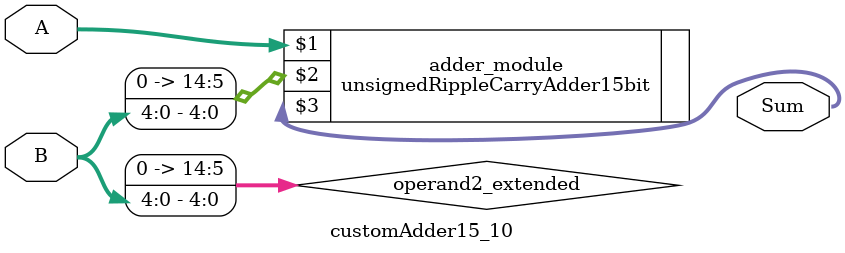
<source format=v>

module customAdder15_10(
                    input [14 : 0] A,
                    input [4 : 0] B,
                    
                    output [15 : 0] Sum
            );

    wire [14 : 0] operand2_extended;
    
    assign operand2_extended =  {10'b0, B};
    
    unsignedRippleCarryAdder15bit adder_module(
        A,
        operand2_extended,
        Sum
    );
    
endmodule
        
</source>
